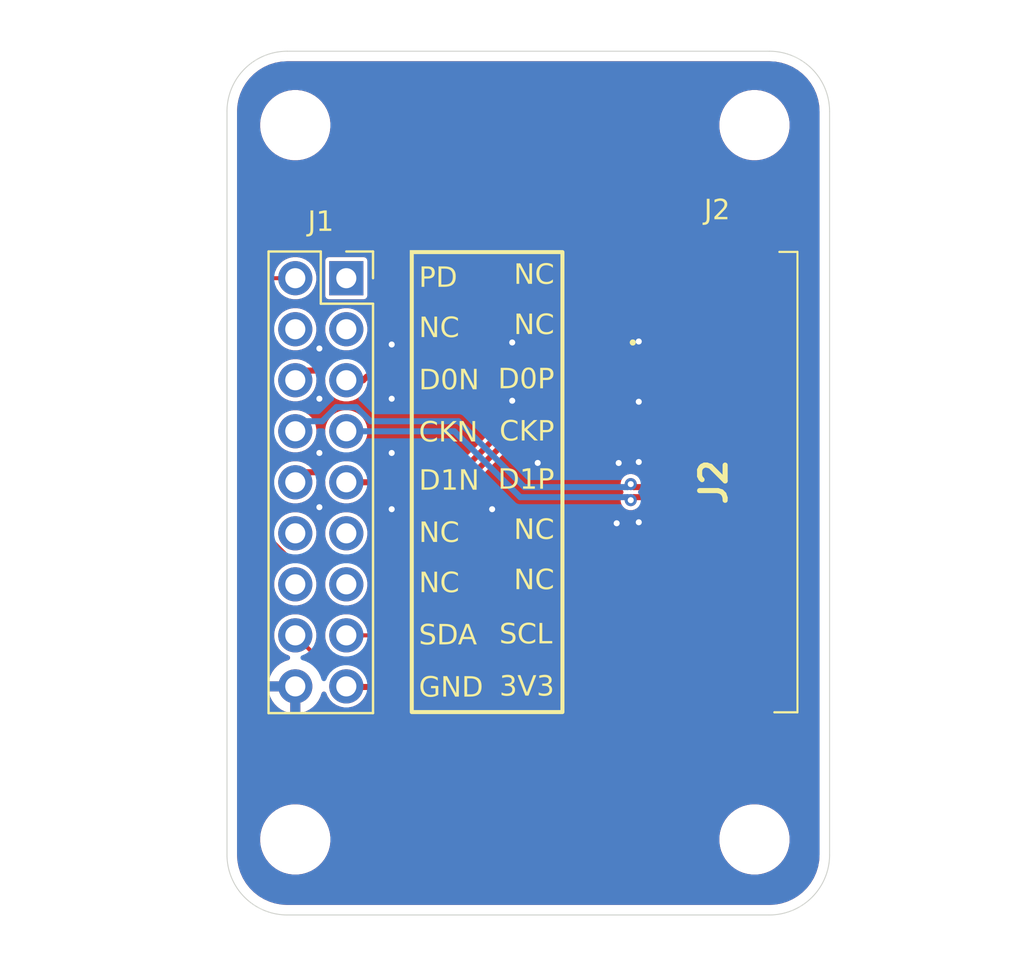
<source format=kicad_pcb>
(kicad_pcb (version 20241229) (generator "pcbnew") (generator_version "9.0")
  (layers (0 "F.Cu" signal) (2 "B.Cu" signal) (13 "F.Paste" user) (15 "B.Paste" user) (5 "F.SilkS" user "F.Silkscreen") (7 "B.SilkS" user "B.Silkscreen") (1 "F.Mask" user) (3 "B.Mask" user) (25 "Edge.Cuts" user))
  (net 0 "")
  (net 5 "/CAM_PD#")
  (net 8 "/CSI_D1_P")
  (net 9 "/CSI_D1_N")
  (net 10 "/SDA")
  (net 11 "/CSI_D0_P")
  (net 12 "/CSI_CK_P")
  (net 13 "GND")
  (net 14 "/CSI_CK_N")
  (net 15 "/CSI_D0_N")
  (net 16 "+3V3")
  (net 17 "/SCL")
  (footprint "MountingHole:MountingHole_3mm" (layer "F.Cu") (at 110.56 83.23)
    (property "Reference" "H3" (hide yes))
    (property "Value" "MountingHole" (hide yes))
    (pad "" np_thru_hole circle (at 0 0) (size 3 3) (drill 3) (layers "*.Cu" "*.Mask"))
  )
  (footprint "MountingHole:MountingHole_3mm" (layer "F.Cu") (at 110.56 118.79)
    (property "Reference" "H2" (hide yes))
    (property "Value" "MountingHole" (hide yes))
    (pad "" np_thru_hole circle (at 0 0) (size 3 3) (drill 3) (layers "*.Cu" "*.Mask"))
  )
  (footprint "Jonny_Library:1-84953-5" (layer "F.Cu") (at 110 101 90)
    (property "Reference" "J2" (at 0 -1.475 90) (layer "F.SilkS") (effects (font (size 1.27 1.27) (thickness 0.254))))
    (property "Value" "1-84953-5" (hide yes))
    (fp_line (start 7 -5.5) (end 7 -5.5) (stroke (width 0.2)) (layer "F.SilkS"))
    (fp_line (start 6.9 -5.5) (end 6.9 -5.5) (stroke (width 0.2)) (layer "F.SilkS"))
    (fp_line (start 6.9 -5.5) (end 6.9 -5.5) (stroke (width 0.2)) (layer "F.SilkS"))
    (fp_line (start -11.46 1.55) (end -11.46 1.55) (stroke (width 0.1)) (layer "F.SilkS"))
    (fp_line (start -11.46 1.55) (end -11.46 2.7) (stroke (width 0.1)) (layer "F.SilkS"))
    (fp_line (start 11.46 1.8) (end 11.46 1.8) (stroke (width 0.1)) (layer "F.SilkS"))
    (fp_line (start 11.46 1.8) (end 11.46 2.7) (stroke (width 0.1)) (layer "F.SilkS"))
    (fp_line (start 11.46 2.7) (end 11.46 1.8) (stroke (width 0.1)) (layer "F.SilkS"))
    (fp_line (start 11.46 2.7) (end 11.46 2.7) (stroke (width 0.1)) (layer "F.SilkS"))
    (fp_line (start 11.46 2.7) (end 11.46 2.7) (stroke (width 0.1)) (layer "F.SilkS"))
    (fp_line (start 11.46 2.7) (end -11.46 2.7) (stroke (width 0.1)) (layer "F.SilkS"))
    (fp_line (start -11.46 2.7) (end -11.46 1.55) (stroke (width 0.1)) (layer "F.SilkS"))
    (fp_line (start -11.46 2.7) (end 11.46 2.7) (stroke (width 0.1)) (layer "F.SilkS"))
    (fp_line (start -11.46 2.7) (end -11.46 2.7) (stroke (width 0.1)) (layer "F.SilkS"))
    (fp_line (start -11.46 2.7) (end -11.46 2.7) (stroke (width 0.1)) (layer "F.SilkS"))
    (fp_arc (start 7 -5.5) (mid 6.95 -5.45) (end 6.9 -5.5) (stroke (width 0.2)) (layer "F.SilkS"))
    (fp_arc (start 7 -5.5) (mid 6.95 -5.45) (end 6.9 -5.5) (stroke (width 0.2)) (layer "F.SilkS"))
    (fp_arc (start 6.9 -5.5) (mid 6.95 -5.55) (end 7 -5.5) (stroke (width 0.2)) (layer "F.SilkS"))
    (fp_text user "${REFERENCE}" (at 13.5 -1.3 0) (layer "F.SilkS"))
    (pad "1" smd rect (at 7 -3.7 90) (size 0.61 2) (layers "F.Cu" "F.Mask" "F.Paste") (net 13 "GND"))
    (pad "2" smd rect (at 6 -3.7 90) (size 0.61 2) (layers "F.Cu" "F.Mask" "F.Paste") (net 15 "/CSI_D0_N"))
    (pad "3" smd rect (at 5 -3.7 90) (size 0.61 2) (layers "F.Cu" "F.Mask" "F.Paste") (net 11 "/CSI_D0_P"))
    (pad "4" smd rect (at 4 -3.7 90) (size 0.61 2) (layers "F.Cu" "F.Mask" "F.Paste") (net 13 "GND"))
    (pad "5" smd rect (at 3 -3.7 90) (size 0.61 2) (layers "F.Cu" "F.Mask" "F.Paste") (net 9 "/CSI_D1_N"))
    (pad "6" smd rect (at 2 -3.7 90) (size 0.61 2) (layers "F.Cu" "F.Mask" "F.Paste") (net 8 "/CSI_D1_P"))
    (pad "7" smd rect (at 1 -3.7 90) (size 0.61 2) (layers "F.Cu" "F.Mask" "F.Paste") (net 13 "GND"))
    (pad "8" smd rect (at 0 -3.7 90) (size 0.61 2) (layers "F.Cu" "F.Mask" "F.Paste") (net 14 "/CSI_CK_N"))
    (pad "9" smd rect (at -1 -3.7 90) (size 0.61 2) (layers "F.Cu" "F.Mask" "F.Paste") (net 12 "/CSI_CK_P"))
    (pad "10" smd rect (at -2 -3.7 90) (size 0.61 2) (layers "F.Cu" "F.Mask" "F.Paste") (net 13 "GND"))
    (pad "11" smd rect (at -3 -3.7 90) (size 0.61 2) (layers "F.Cu" "F.Mask" "F.Paste") (net 5 "/CAM_PD#"))
    (pad "12" smd rect (at -4 -3.7 90) (size 0.61 2) (layers "F.Cu" "F.Mask" "F.Paste"))
    (pad "13" smd rect (at -5 -3.7 90) (size 0.61 2) (layers "F.Cu" "F.Mask" "F.Paste") (net 17 "/SCL"))
    (pad "14" smd rect (at -6 -3.7 90) (size 0.61 2) (layers "F.Cu" "F.Mask" "F.Paste") (net 10 "/SDA"))
    (pad "15" smd rect (at -7 -3.7 90) (size 0.61 2) (layers "F.Cu" "F.Mask" "F.Paste") (net 16 "+3V3"))
    (pad "MP1" smd rect (at -9.99 -0.9 90) (size 2.68 3.6) (layers "F.Cu" "F.Mask" "F.Paste"))
    (pad "MP2" smd rect (at 9.99 -0.9 90) (size 2.68 3.6) (layers "F.Cu" "F.Mask" "F.Paste"))
  )
  (footprint "Connector_PinSocket_2.54mm:PinSocket_2x09_P2.54mm_Vertical" (layer "F.Cu") (at 90.24 90.85)
    (property "Reference" "J1" (at -1.27 -2.77 0) (layer "F.SilkS"))
    (property "Value" "Conn_02x09_Odd_Even")
    (fp_line (start -3.87 -1.33) (end -3.87 21.65) (stroke (width 0.12)) (layer "F.SilkS"))
    (fp_line (start -3.87 -1.33) (end -1.27 -1.33) (stroke (width 0.12)) (layer "F.SilkS"))
    (fp_line (start -3.87 21.65) (end 1.33 21.65) (stroke (width 0.12)) (layer "F.SilkS"))
    (fp_line (start -1.27 -1.33) (end -1.27 1.27) (stroke (width 0.12)) (layer "F.SilkS"))
    (fp_line (start -1.27 1.27) (end 1.33 1.27) (stroke (width 0.12)) (layer "F.SilkS"))
    (fp_line (start 0 -1.33) (end 1.33 -1.33) (stroke (width 0.12)) (layer "F.SilkS"))
    (fp_line (start 1.33 -1.33) (end 1.33 0) (stroke (width 0.12)) (layer "F.SilkS"))
    (fp_line (start 1.33 1.27) (end 1.33 21.65) (stroke (width 0.12)) (layer "F.SilkS"))
    (pad "1" thru_hole rect (at 0 0) (size 1.7 1.7) (drill 1) (layers "*.Cu" "*.Mask"))
    (pad "2" thru_hole oval (at -2.54 0) (size 1.7 1.7) (drill 1) (layers "*.Cu" "*.Mask") (net 5 "/CAM_PD#"))
    (pad "3" thru_hole oval (at 0 2.54) (size 1.7 1.7) (drill 1) (layers "*.Cu" "*.Mask"))
    (pad "4" thru_hole oval (at -2.54 2.54) (size 1.7 1.7) (drill 1) (layers "*.Cu" "*.Mask"))
    (pad "5" thru_hole oval (at 0 5.08) (size 1.7 1.7) (drill 1) (layers "*.Cu" "*.Mask") (net 11 "/CSI_D0_P"))
    (pad "6" thru_hole oval (at -2.54 5.08) (size 1.7 1.7) (drill 1) (layers "*.Cu" "*.Mask") (net 15 "/CSI_D0_N"))
    (pad "7" thru_hole oval (at 0 7.62) (size 1.7 1.7) (drill 1) (layers "*.Cu" "*.Mask") (net 12 "/CSI_CK_P"))
    (pad "8" thru_hole oval (at -2.54 7.62) (size 1.7 1.7) (drill 1) (layers "*.Cu" "*.Mask") (net 14 "/CSI_CK_N"))
    (pad "9" thru_hole oval (at 0 10.16) (size 1.7 1.7) (drill 1) (layers "*.Cu" "*.Mask") (net 8 "/CSI_D1_P"))
    (pad "10" thru_hole oval (at -2.54 10.16) (size 1.7 1.7) (drill 1) (layers "*.Cu" "*.Mask") (net 9 "/CSI_D1_N"))
    (pad "11" thru_hole oval (at 0 12.7) (size 1.7 1.7) (drill 1) (layers "*.Cu" "*.Mask"))
    (pad "12" thru_hole oval (at -2.54 12.7) (size 1.7 1.7) (drill 1) (layers "*.Cu" "*.Mask"))
    (pad "13" thru_hole oval (at 0 15.24) (size 1.7 1.7) (drill 1) (layers "*.Cu" "*.Mask"))
    (pad "14" thru_hole oval (at -2.54 15.24) (size 1.7 1.7) (drill 1) (layers "*.Cu" "*.Mask"))
    (pad "15" thru_hole oval (at 0 17.78) (size 1.7 1.7) (drill 1) (layers "*.Cu" "*.Mask") (net 17 "/SCL"))
    (pad "16" thru_hole oval (at -2.54 17.78) (size 1.7 1.7) (drill 1) (layers "*.Cu" "*.Mask") (net 10 "/SDA"))
    (pad "17" thru_hole oval (at 0 20.32) (size 1.7 1.7) (drill 1) (layers "*.Cu" "*.Mask") (net 16 "+3V3"))
    (pad "18" thru_hole oval (at -2.54 20.32) (size 1.7 1.7) (drill 1) (layers "*.Cu" "*.Mask") (net 13 "GND"))
  )
  (footprint "MountingHole:MountingHole_3mm" (layer "F.Cu") (at 87.7 118.79)
    (property "Reference" "H1" (hide yes))
    (property "Value" "MountingHole" (hide yes))
    (pad "" np_thru_hole circle (at 0 0) (size 3 3) (drill 3) (layers "*.Cu" "*.Mask"))
  )
  (footprint "MountingHole:MountingHole_3mm" (layer "F.Cu") (at 87.7 83.23)
    (property "Reference" "H4" (hide yes))
    (property "Value" "MountingHole" (hide yes))
    (pad "" np_thru_hole circle (at 0 0) (size 3 3) (drill 3) (layers "*.Cu" "*.Mask"))
  )
  (gr_rect (start 93.5 89.55) (end 101 112.45) (stroke (width 0.2)) (fill no) (layer "F.SilkS"))
  (gr_line (start 111.3 122.55) (end 87.3 122.55) (stroke (width 0.05)) (layer "Edge.Cuts"))
  (gr_arc (start 114.3 119.55) (mid 113.42132 121.67132) (end 111.3 122.55) (stroke (width 0.05)) (layer "Edge.Cuts"))
  (gr_line (start 84.3 119.55) (end 84.3 82.55) (stroke (width 0.05)) (layer "Edge.Cuts"))
  (gr_arc (start 87.3 122.55) (mid 85.17868 121.67132) (end 84.3 119.55) (stroke (width 0.05)) (layer "Edge.Cuts"))
  (gr_line (start 87.3 79.55) (end 111.3 79.55) (stroke (width 0.05)) (layer "Edge.Cuts"))
  (gr_arc (start 111.3 79.55) (mid 113.42132 80.42868) (end 114.3 82.55) (stroke (width 0.05)) (layer "Edge.Cuts"))
  (gr_line (start 114.3 82.55) (end 114.3 119.55) (stroke (width 0.05)) (layer "Edge.Cuts"))
  (gr_arc (start 84.3 82.55) (mid 85.17868 80.42868) (end 87.3 79.55) (stroke (width 0.05)) (layer "Edge.Cuts"))
  (gr_text "SDA" (at 93.85 109.25 0) (layer "F.SilkS") (effects (font (size 1 1)) (justify left bottom)))
  (gr_text "NC" (at 100.6 91.3 0) (layer "F.SilkS") (effects (font (size 1 1)) (justify right bottom)))
  (gr_text "GND" (at 93.85 111.85 0) (layer "F.SilkS") (effects (font (size 1 1)) (justify left bottom)))
  (gr_text "D0N" (at 93.85 96.55 0) (layer "F.SilkS") (effects (font (size 1 1)) (justify left bottom)))
  (gr_text "D1P" (at 100.6 101.5 0) (layer "F.SilkS") (effects (font (size 1 1)) (justify right bottom)))
  (gr_text "PD" (at 93.85 91.45 0) (layer "F.SilkS") (effects (font (size 1 1)) (justify left bottom)))
  (gr_text "NC" (at 100.6 106.5 0) (layer "F.SilkS") (effects (font (size 1 1)) (justify right bottom)))
  (gr_text "SCL" (at 100.5 109.2 0) (layer "F.SilkS") (effects (font (size 1 1)) (justify right bottom)))
  (gr_text "NC" (at 93.85 93.95 0) (layer "F.SilkS") (effects (font (size 1 1)) (justify left bottom)))
  (gr_text "NC" (at 100.6 93.8 0) (layer "F.SilkS") (effects (font (size 1 1)) (justify right bottom)))
  (gr_text "D1N" (at 93.85 101.55 0) (layer "F.SilkS") (effects (font (size 1 1)) (justify left bottom)))
  (gr_text "D0P" (at 100.6 96.5 0) (layer "F.SilkS") (effects (font (size 1 1)) (justify right bottom)))
  (gr_text "NC" (at 93.85 104.15 0) (layer "F.SilkS") (effects (font (size 1 1)) (justify left bottom)))
  (gr_text "NC" (at 93.85 106.65 0) (layer "F.SilkS") (effects (font (size 1 1)) (justify left bottom)))
  (gr_text "3V3" (at 100.6 111.8 0) (layer "F.SilkS") (effects (font (size 1 1)) (justify right bottom)))
  (gr_text "CKN" (at 93.85 99.15 0) (layer "F.SilkS") (effects (font (size 1 1)) (justify left bottom)))
  (gr_text "NC" (at 100.6 104 0) (layer "F.SilkS") (effects (font (size 1 1)) (justify right bottom)))
  (gr_text "CKP" (at 100.6 99.1 0) (layer "F.SilkS") (effects (font (size 1 1)) (justify right bottom)))
  (segment (start 93.1 104.8) (end 93.9 104) (width 0.2) (layer "F.Cu") (net 5))
  (segment (start 86.55 90.85) (end 86.3 91.1) (width 0.2) (layer "F.Cu") (net 5))
  (segment (start 86.3 103.674523) (end 87.425477 104.8) (width 0.2) (layer "F.Cu") (net 5))
  (segment (start 93.9 104) (end 106.3 104) (width 0.2) (layer "F.Cu") (net 5))
  (segment (start 87.425477 104.8) (end 93.1 104.8) (width 0.2) (layer "F.Cu") (net 5))
  (segment (start 86.3 91.1) (end 86.3 103.674523) (width 0.2) (layer "F.Cu") (net 5))
  (segment (start 87.7 90.85) (end 86.55 90.85) (width 0.2) (layer "F.Cu") (net 5))
  (segment (start 104.549999 98.75) (end 98.403554 98.75) (width 0.3) (layer "F.Cu") (net 8))
  (segment (start 96.826776 100.326776) (end 96.143552 101.01) (width 0.3) (layer "F.Cu") (net 8))
  (segment (start 96.143552 101.01) (end 90.24 101.01) (width 0.3) (layer "F.Cu") (net 8))
  (segment (start 104.799999 99) (end 104.549999 98.75) (width 0.3) (layer "F.Cu") (net 8))
  (segment (start 98.403554 98.75) (end 96.826778 100.326776) (width 0.3) (layer "F.Cu") (net 8))
  (segment (start 106.3 99) (end 104.799999 99) (width 0.3) (layer "F.Cu") (net 8))
  (segment (start 96.826778 100.326776) (end 96.826776 100.326776) (width 0.3) (layer "F.Cu") (net 8))
  (segment (start 104.549999 98.25) (end 98.196446 98.25) (width 0.3) (layer "F.Cu") (net 9))
  (segment (start 98.196446 98.25) (end 95.936446 100.51) (width 0.3) (layer "F.Cu") (net 9))
  (segment (start 104.799999 98) (end 104.549999 98.25) (width 0.3) (layer "F.Cu") (net 9))
  (segment (start 95.936446 100.51) (end 91.438471 100.51) (width 0.3) (layer "F.Cu") (net 9))
  (segment (start 90.737471 99.809) (end 89.742529 99.809) (width 0.3) (layer "F.Cu") (net 9))
  (segment (start 91.438471 100.51) (end 90.737471 99.809) (width 0.3) (layer "F.Cu") (net 9))
  (segment (start 106.3 98) (end 104.799999 98) (width 0.3) (layer "F.Cu") (net 9))
  (segment (start 89.041529 100.51) (end 88.2 100.51) (width 0.3) (layer "F.Cu") (net 9))
  (segment (start 88.2 100.51) (end 87.7 101.01) (width 0.3) (layer "F.Cu") (net 9))
  (segment (start 89.742529 99.809) (end 89.041529 100.51) (width 0.3) (layer "F.Cu") (net 9))
  (segment (start 95.0671 107) (end 92.2861 109.781) (width 0.2) (layer "F.Cu") (net 10))
  (segment (start 88.851 109.781) (end 87.7 108.63) (width 0.2) (layer "F.Cu") (net 10))
  (segment (start 92.2861 109.781) (end 88.851 109.781) (width 0.2) (layer "F.Cu") (net 10))
  (segment (start 106.3 107) (end 95.0671 107) (width 0.2) (layer "F.Cu") (net 10))
  (segment (start 91.0826 95.93) (end 91.2626 95.75) (width 0.3) (layer "F.Cu") (net 11))
  (segment (start 104.549999 95.75) (end 104.799999 96) (width 0.3) (layer "F.Cu") (net 11))
  (segment (start 90.24 95.93) (end 91.0826 95.93) (width 0.3) (layer "F.Cu") (net 11))
  (segment (start 91.2626 95.75) (end 104.549999 95.75) (width 0.3) (layer "F.Cu") (net 11))
  (segment (start 104.799999 96) (end 106.3 96) (width 0.3) (layer "F.Cu") (net 11))
  (segment (start 106.3 102) (end 105.605 102) (width 0.3) (layer "F.Cu") (net 12))
  (segment (start 105.355 101.75) (end 104.55 101.75) (width 0.3) (layer "F.Cu") (net 12))
  (segment (start 105.605 102) (end 105.355 101.75) (width 0.3) (layer "F.Cu") (net 12))
  (segment (start 104.55 101.75) (end 104.4 101.9) (width 0.3) (layer "F.Cu") (net 12))
  (via (at 104.4 101.9) (size 0.6) (drill 0.3) (layers "F.Cu" "B.Cu") (net 12))
  (segment (start 98.896446 101.75) (end 95.616446 98.47) (width 0.3) (layer "B.Cu") (net 12))
  (segment (start 95.616446 98.47) (end 90.24 98.47) (width 0.3) (layer "B.Cu") (net 12))
  (segment (start 104.25 101.75) (end 98.896446 101.75) (width 0.3) (layer "B.Cu") (net 12))
  (segment (start 104.4 101.9) (end 104.25 101.75) (width 0.3) (layer "B.Cu") (net 12))
  (segment (start 106.3 94) (end 104.8 94) (width 0.2) (layer "F.Cu") (net 13))
  (segment (start 106.3 100) (end 104.8 100) (width 0.2) (layer "F.Cu") (net 13))
  (segment (start 106.3 97) (end 104.8 97) (width 0.2) (layer "F.Cu") (net 13))
  (segment (start 106.3 103) (end 104.8 103) (width 0.2) (layer "F.Cu") (net 13))
  (via (at 104.8 100) (size 0.6) (drill 0.3) (layers "F.Cu" "B.Cu") (net 13))
  (via (at 98.5 96.95) (size 0.6) (drill 0.3) (layers "F.Cu" "B.Cu") (net 13))
  (via (at 92.5 99.55) (size 0.6) (drill 0.3) (layers "F.Cu" "B.Cu") (net 13))
  (via (at 92.5 102.35) (size 0.6) (drill 0.3) (layers "F.Cu" "B.Cu") (net 13))
  (via (at 88.9 96.85) (size 0.6) (drill 0.3) (layers "F.Cu" "B.Cu") (net 13))
  (via (at 104.8 103) (size 0.6) (drill 0.3) (layers "F.Cu" "B.Cu") (net 13))
  (via (at 88.9 99.55) (size 0.6) (drill 0.3) (layers "F.Cu" "B.Cu") (net 13))
  (via (at 97.5 102.35) (size 0.6) (drill 0.3) (layers "F.Cu" "B.Cu") (net 13))
  (via (at 103.8 100.05) (size 0.6) (drill 0.3) (layers "F.Cu" "B.Cu") (net 13))
  (via (at 92.5 94.15) (size 0.6) (drill 0.3) (layers "F.Cu" "B.Cu") (net 13))
  (via (at 88.9 102.25) (size 0.6) (drill 0.3) (layers "F.Cu" "B.Cu") (net 13))
  (via (at 104.8 97) (size 0.6) (drill 0.3) (layers "F.Cu" "B.Cu") (net 13))
  (via (at 99.7686 100.0456) (size 0.6) (drill 0.3) (layers "F.Cu" "B.Cu") (net 13))
  (via (at 88.9 94.35) (size 0.6) (drill 0.3) (layers "F.Cu" "B.Cu") (net 13))
  (via (at 98.5 94.05) (size 0.6) (drill 0.3) (layers "F.Cu" "B.Cu") (net 13))
  (via (at 103.7 103.05) (size 0.6) (drill 0.3) (layers "F.Cu" "B.Cu") (net 13))
  (via (at 104.8 94) (size 0.6) (drill 0.3) (layers "F.Cu" "B.Cu") (net 13))
  (via (at 92.5 96.85) (size 0.6) (drill 0.3) (layers "F.Cu" "B.Cu") (net 13))
  (segment (start 106.3 101) (end 105.605 101) (width 0.3) (layer "F.Cu") (net 14))
  (segment (start 104.55 101.25) (end 104.4 101.1) (width 0.3) (layer "F.Cu") (net 14))
  (segment (start 105.355 101.25) (end 104.55 101.25) (width 0.3) (layer "F.Cu") (net 14))
  (segment (start 105.605 101) (end 105.355 101.25) (width 0.3) (layer "F.Cu") (net 14))
  (via (at 104.4 101.1) (size 0.6) (drill 0.3) (layers "F.Cu" "B.Cu") (net 14))
  (segment (start 99.103554 101.25) (end 95.823554 97.97) (width 0.3) (layer "B.Cu") (net 14))
  (segment (start 90.737471 97.269) (end 89.742529 97.269) (width 0.3) (layer "B.Cu") (net 14))
  (segment (start 104.4 101.1) (end 104.25 101.25) (width 0.3) (layer "B.Cu") (net 14))
  (segment (start 89.041529 97.97) (end 88.2 97.97) (width 0.3) (layer "B.Cu") (net 14))
  (segment (start 104.25 101.25) (end 99.103554 101.25) (width 0.3) (layer "B.Cu") (net 14))
  (segment (start 91.438471 97.97) (end 90.737471 97.269) (width 0.3) (layer "B.Cu") (net 14))
  (segment (start 88.2 97.97) (end 87.7 98.47) (width 0.3) (layer "B.Cu") (net 14))
  (segment (start 95.823554 97.97) (end 91.438471 97.97) (width 0.3) (layer "B.Cu") (net 14))
  (segment (start 89.742529 97.269) (end 89.041529 97.97) (width 0.3) (layer "B.Cu") (net 14))
  (segment (start 89.8816 94.591) (end 89.0244 95.4482) (width 0.3) (layer "F.Cu") (net 15))
  (segment (start 91.618827 95.25) (end 90.959827 94.591) (width 0.3) (layer "F.Cu") (net 15))
  (segment (start 90.959827 94.591) (end 89.8816 94.591) (width 0.3) (layer "F.Cu") (net 15))
  (segment (start 106.3 95) (end 104.799999 95) (width 0.3) (layer "F.Cu") (net 15))
  (segment (start 89.0244 95.4482) (end 88.1818 95.4482) (width 0.3) (layer "F.Cu") (net 15))
  (segment (start 88.1818 95.4482) (end 87.7 95.93) (width 0.3) (layer "F.Cu") (net 15))
  (segment (start 104.549999 95.25) (end 91.618827 95.25) (width 0.3) (layer "F.Cu") (net 15))
  (segment (start 104.799999 95) (end 104.549999 95.25) (width 0.3) (layer "F.Cu") (net 15))
  (segment (start 90.27 111.2) (end 90.24 111.17) (width 0.3) (layer "F.Cu") (net 16))
  (segment (start 95.1 108) (end 91.9 111.2) (width 0.3) (layer "F.Cu") (net 16))
  (segment (start 106.3 108) (end 95.1 108) (width 0.3) (layer "F.Cu") (net 16))
  (segment (start 91.9 111.2) (end 90.27 111.2) (width 0.3) (layer "F.Cu") (net 16))
  (segment (start 92.17 108.63) (end 90.24 108.63) (width 0.2) (layer "F.Cu") (net 17))
  (segment (start 94.8 106) (end 92.17 108.63) (width 0.2) (layer "F.Cu") (net 17))
  (segment (start 106.3 106) (end 94.8 106) (width 0.2) (layer "F.Cu") (net 17))
  (zone (net 13) (net_name "GND") (layers "F.Cu" "B.Cu") (connect_pads (clearance 0.2)) (min_thickness 0.25) (fill yes (thermal_gap 0.5) (thermal_bridge_width 0.5))
    (polygon (pts (xy 73 77) (xy 124 77) (xy 124 125) (xy 73 125)))
  )
)
</source>
